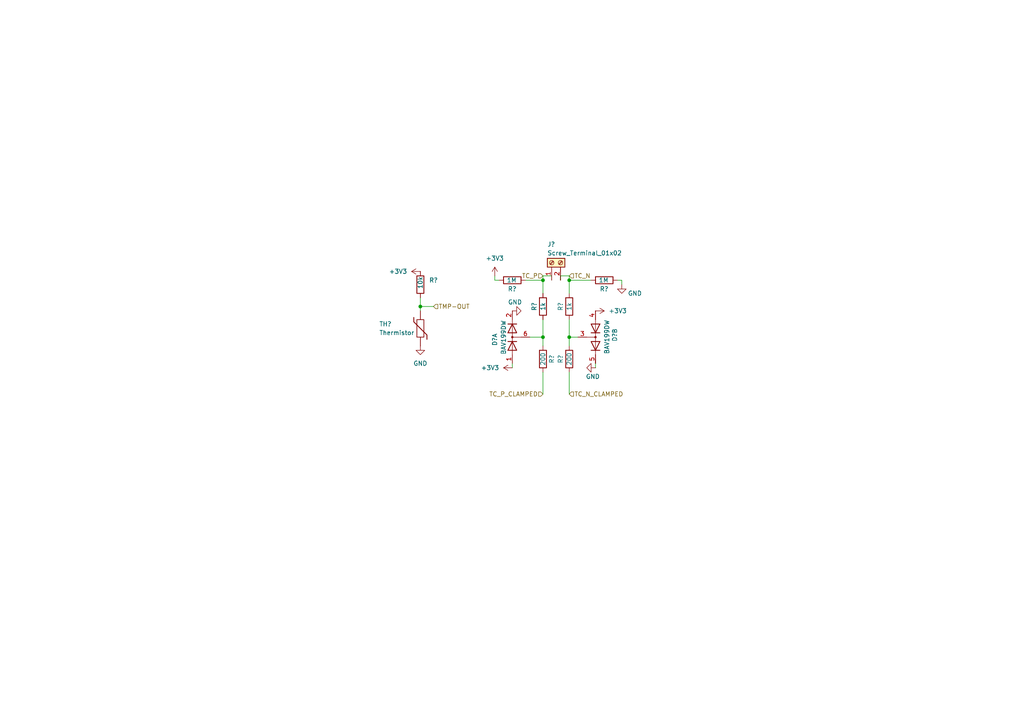
<source format=kicad_sch>
(kicad_sch (version 20231120) (generator "eeschema") (generator_version "8.0")
  (paper "A4")
  (lib_symbols
    (symbol "Connector:Screw_Terminal_01x02" (pin_names (offset 1.016) hide)
      (property "Reference" "J" (at 0 2.54 0))
      (property "Value" "Screw_Terminal_01x02" (at 0 -5.08 0))
      (symbol "Screw_Terminal_01x02_1_1"
        (rectangle (start -1.27 1.27) (end 1.27 -3.81) (stroke (width 0.254)) (fill (type background)))
        (circle (center 0 -2.54) (radius 0.635) (stroke (width 0.1524)))
        (polyline (pts (xy -0.5334 -2.2098) (xy 0.3302 -3.048)) (stroke (width 0.1524)))
        (polyline (pts (xy -0.5334 0.3302) (xy 0.3302 -0.508)) (stroke (width 0.1524)))
        (polyline (pts (xy -0.3556 -2.032) (xy 0.508 -2.8702)) (stroke (width 0.1524)))
        (polyline (pts (xy -0.3556 0.508) (xy 0.508 -0.3302)) (stroke (width 0.1524)))
        (circle (center 0 0) (radius 0.635) (stroke (width 0.1524)))
        (pin passive line (at -5.08 0 0) (length 3.81) (name "Pin_1") (number "1"))
        (pin passive line (at -5.08 -2.54 0) (length 3.81) (name "Pin_2") (number "2"))
      )
    )
    (symbol "Device:R" (pin_numbers hide) (pin_names (offset 0))
      (property "Reference" "R" (at 2.032 0 90))
      (property "Value" "R" (at 0 0 90))
      (symbol "R_0_1"
        (rectangle (start -1.016 -2.54) (end 1.016 2.54) (stroke (width 0.254)))
      )
      (symbol "R_1_1"
        (pin passive line (at 0 3.81 270) (length 1.27) (name "~") (number "1"))
        (pin passive line (at 0 -3.81 90) (length 1.27) (name "~") (number "2"))
      )
    )
    (symbol "Device:Thermistor" (pin_numbers hide) (pin_names (offset 0))
      (property "Reference" "TH" (at 2.54 1.27 90))
      (property "Value" "Thermistor" (at -2.54 0 90))
      (symbol "Thermistor_0_1"
        (rectangle (start -1.016 2.54) (end 1.016 -2.54) (stroke (width 0.2032)))
        (polyline (pts (xy -1.905 3.175) (xy -1.905 1.905) (xy 1.905 -1.905) (xy 1.905 -3.175) (xy 1.905 -3.175)) (stroke (width 0.254)))
      )
      (symbol "Thermistor_1_1"
        (pin passive line (at 0 5.08 270) (length 2.54) (name "~") (number "1"))
        (pin passive line (at 0 -5.08 90) (length 2.54) (name "~") (number "2"))
      )
    )
    (symbol "Diode:BAV199DW" (pin_names (offset 0.0254) hide)
      (property "Reference" "D" (at 0 2.54 0))
      (property "Value" "BAV199DW" (at 0 5.08 0))
      (symbol "BAV199DW_0_1"
        (polyline (pts (xy -5.08 0) (xy 5.08 0)))
        (polyline (pts (xy 0 0) (xy 0 -2.54)))
        (polyline (pts (xy -1.27 -1.27) (xy -1.27 1.27) (xy -1.27 1.27)) (stroke (width 0.254)))
        (polyline (pts (xy 3.81 1.27) (xy 3.81 -1.27) (xy 3.81 -1.27)) (stroke (width 0.254)))
        (polyline (pts (xy -3.81 1.27) (xy -1.27 0) (xy -3.81 -1.27) (xy -3.81 1.27) (xy -3.81 1.27) (xy -3.81 1.27)) (stroke (width 0.254)))
        (polyline (pts (xy 1.27 1.27) (xy 3.81 0) (xy 1.27 -1.27) (xy 1.27 1.27) (xy 1.27 1.27) (xy 1.27 1.27)) (stroke (width 0.254)))
        (circle (center 0 0) (radius 0.254) (fill (type outline)))
      )
      (symbol "BAV199DW_1_1"
        (polyline (pts (xy 6.35 0) (xy 7.62 0)))
        (pin passive line (at -7.62 0 0) (length 2.54) (name "A1") (number "1"))
        (pin passive line (at 7.62 0 180) (length 2.54) (name "K2") (number "2"))
        (pin passive line (at 0 -5.08 90) (length 2.54) (name "K3A4") (number "6"))
      )
      (symbol "BAV199DW_2_1"
        (polyline (pts (xy 6.35 0) (xy 7.62 0)))
        (pin passive line (at 0 -5.08 90) (length 2.54) (name "K1A2") (number "3"))
        (pin passive line (at -7.62 0 0) (length 2.54) (name "A3") (number "4"))
        (pin passive line (at 7.62 0 180) (length 2.54) (name "K4") (number "5"))
      )
    )
    (symbol "power:+3V3" (power) (pin_numbers hide) (pin_names (offset 0) hide)
      (property "Value" "+3V3" (at 0 3.556 0))
      (symbol "+3V3_0_1"
        (polyline (pts (xy -0.762 1.27) (xy 0 2.54)))
        (polyline (pts (xy 0 0) (xy 0 2.54)))
        (polyline (pts (xy 0 2.54) (xy 0.762 1.27)))
      )
      (symbol "+3V3_1_1"
        (pin power_in line (at 0 0 90) (length 0) (name "~") (number "1"))
      )
    )
    (symbol "power:GND" (power) (pin_numbers hide) (pin_names (offset 0) hide)
      (property "Value" "GND" (at 0 -3.81 0))
      (symbol "GND_0_1"
        (polyline (pts (xy 0 0) (xy 0 -1.27) (xy 1.27 -1.27) (xy 0 -2.54) (xy -1.27 -1.27) (xy 0 -1.27)))
      )
      (symbol "GND_1_1"
        (pin power_in line (at 0 0 270) (length 0) (name "~") (number "1"))
      )
    )
  )
  (junction (at 165.1 81.28))
  (junction (at 121.92 88.9))
  (junction (at 157.48 81.28))
  (junction (at 157.48 97.79))
  (junction (at 165.1 97.79))
  (wire (pts (xy 162.56 80.01) (xy 165.1 80.01)))
  (wire (pts (xy 121.92 86.36) (xy 121.92 88.9)))
  (wire (pts (xy 157.48 107.95) (xy 157.48 114.3)))
  (wire (pts (xy 172.72 106.68) (xy 172.72 105.41)))
  (wire (pts (xy 157.48 97.79) (xy 157.48 100.33)))
  (wire (pts (xy 153.67 97.79) (xy 157.48 97.79)))
  (wire (pts (xy 165.1 81.28) (xy 165.1 85.09)))
  (wire (pts (xy 165.1 97.79) (xy 165.1 100.33)))
  (wire (pts (xy 162.56 80.01) (xy 162.56 81.28)))
  (wire (pts (xy 165.1 92.71) (xy 165.1 97.79)))
  (wire (pts (xy 160.02 80.01) (xy 160.02 81.28)))
  (wire (pts (xy 180.34 81.28) (xy 179.07 81.28)))
  (wire (pts (xy 143.51 81.28) (xy 144.78 81.28)))
  (wire (pts (xy 157.48 81.28) (xy 157.48 85.09)))
  (wire (pts (xy 148.59 106.68) (xy 148.59 105.41)))
  (wire (pts (xy 165.1 80.01) (xy 165.1 81.28)))
  (wire (pts (xy 167.64 97.79) (xy 165.1 97.79)))
  (wire (pts (xy 157.48 80.01) (xy 157.48 81.28)))
  (wire (pts (xy 143.51 81.28) (xy 143.51 80.01)))
  (wire (pts (xy 157.48 80.01) (xy 160.02 80.01)))
  (wire (pts (xy 157.48 92.71) (xy 157.48 97.79)))
  (wire (pts (xy 180.34 81.28) (xy 180.34 82.55)))
  (wire (pts (xy 121.92 88.9) (xy 121.92 90.17)))
  (wire (pts (xy 171.45 81.28) (xy 165.1 81.28)))
  (wire (pts (xy 121.92 88.9) (xy 125.73 88.9)))
  (wire (pts (xy 152.4 81.28) (xy 157.48 81.28)))
  (wire (pts (xy 165.1 107.95) (xy 165.1 114.3)))
  (hierarchical_label "TC_P" (shape input) (at 157.48 80.01 180))
  (hierarchical_label "TC_P_CLAMPED" (shape input) (at 157.48 114.3 180))
  (hierarchical_label "TMP-OUT" (shape input) (at 125.73 88.9 0))
  (hierarchical_label "TC_N" (shape input) (at 165.1 80.01 0))
  (hierarchical_label "TC_N_CLAMPED" (shape input) (at 165.1 114.3 0))
  (symbol (lib_id "Device:R") (at 121.92 82.55 180) (unit 1)
    (property "Reference" "R?" (at 124.46 81.2799 0) (effects (justify right)))
    (property "Value" "10k" (at 121.92 83.82 90) (effects (justify right)))
    (property "Footprint" "Resistor_SMD:R_0603_1608Metric" (effects (hide yes)))
    (property "Description" "Resistor" (effects (hide yes)))
    (property "LCSC" "C25804" (effects (hide yes)))
  )
  (symbol (lib_id "power:+3V3") (at 121.92 78.74 90) (unit 1)
    (property "Reference" "#PWR?" (effects (hide yes)))
    (property "Value" "+3V3" (at 118.11 78.7399 90) (effects (justify left)))
    (property "Description" "Power symbol creates a global label with name \"+3V3\"" (effects (hide yes)))
  )
  (symbol (lib_id "power:GND") (at 180.34 82.55 0) (unit 1)
    (property "Reference" "#PWR?" (effects (hide yes)))
    (property "Value" "GND" (at 184.15 85.09 0))
    (property "Datasheet" "https://www.ti.com/lit/ds/symlink/drv5055.pdf?HQS=dis-dk-null-digikeymode-dsf-pf-null-wwe&ts=1641231273160" (effects (hide yes)))
    (property "Description" "Hall effect sensor." (effects (hide yes)))
  )
  (symbol (lib_id "Device:R") (at 148.59 81.28 90) (unit 1)
    (property "Reference" "R?" (at 149.86 83.82 90) (effects (justify left)))
    (property "Value" "1M" (at 149.86 81.28 90) (effects (justify left)))
    (property "Footprint" "Resistor_SMD:R_0603_1608Metric" (effects (hide yes)))
    (property "Description" "Resistor" (effects (hide yes)))
    (property "LCSC" "C22935" (effects (hide yes)))
  )
  (symbol (lib_id "Device:R") (at 157.48 104.14 0) (unit 1)
    (property "Reference" "R?" (at 160.02 104.14 90))
    (property "Value" "200" (at 157.48 104.14 90))
    (property "Footprint" "Resistor_SMD:R_0603_1608Metric" (effects (hide yes)))
    (property "Description" "Resistor" (effects (hide yes)))
    (property "LCSC" "C8218" (effects (hide yes)))
  )
  (symbol (lib_id "power:+3V3") (at 172.72 90.17 270) (unit 1)
    (property "Reference" "#PWR?" (effects (hide yes)))
    (property "Value" "+3V3" (at 176.53 90.1699 90) (effects (justify left)))
    (property "Description" "Power symbol creates a global label with name \"+3V3\"" (effects (hide yes)))
  )
  (symbol (lib_id "Device:R") (at 157.48 88.9 180) (unit 1)
    (property "Reference" "R?" (at 154.94 88.9 90))
    (property "Value" "1k" (at 157.48 88.9 90))
    (property "Footprint" "Resistor_SMD:R_1206_3216Metric_Pad1.30x1.75mm_HandSolder" (effects (hide yes)))
    (property "Description" "Resistor" (effects (hide yes)))
    (property "LCSC" "C4410" (effects (hide yes)))
  )
  (symbol (lib_id "Device:R") (at 175.26 81.28 90) (unit 1)
    (property "Reference" "R?" (at 176.53 83.82 90) (effects (justify left)))
    (property "Value" "1M" (at 176.53 81.28 90) (effects (justify left)))
    (property "Footprint" "Resistor_SMD:R_0603_1608Metric" (effects (hide yes)))
    (property "Description" "Resistor" (effects (hide yes)))
    (property "LCSC" "C22935" (effects (hide yes)))
  )
  (symbol (lib_id "power:GND") (at 121.92 100.33 0) (unit 1)
    (property "Reference" "#PWR?" (effects (hide yes)))
    (property "Value" "GND" (at 121.92 105.41 0))
    (property "Datasheet" "https://www.ti.com/lit/ds/symlink/drv5055.pdf?HQS=dis-dk-null-digikeymode-dsf-pf-null-wwe&ts=1641231273160" (effects (hide yes)))
    (property "Description" "Hall effect sensor." (effects (hide yes)))
  )
  (symbol (lib_id "Device:R") (at 165.1 104.14 0) (unit 1)
    (property "Reference" "R?" (at 162.56 104.14 90))
    (property "Value" "200" (at 165.1 104.14 90))
    (property "Footprint" "Resistor_SMD:R_0603_1608Metric" (effects (hide yes)))
    (property "Description" "Resistor" (effects (hide yes)))
    (property "LCSC" "C8218" (effects (hide yes)))
  )
  (symbol (lib_id "Diode:BAV199DW") (at 172.72 97.79 270) (unit 2)
    (property "Reference" "D?" (at 178.308 95.25 0) (effects (justify left)))
    (property "Value" "BAV199DW" (at 176.022 92.71 0) (effects (justify left)))
    (property "Footprint" "Package_TO_SOT_SMD:SOT-363_SC-70-6" (effects (hide yes)))
    (property "Datasheet" "${KIPRJMOD}/../../Datasheets/BAV199DW-ds30417.pdf" (effects (hide yes)))
    (property "Description" "Quad Surface Mount Low Leakage Diode, SOT-363" (effects (hide yes)))
    (property "LCSC" "C459846" (effects (hide yes)))
  )
  (symbol (lib_id "Diode:BAV199DW") (at 148.59 97.79 90) (unit 1)
    (property "Reference" "D?" (at 143.51 100.33 0) (effects (justify left)))
    (property "Value" "BAV199DW" (at 146.05 102.87 0) (effects (justify left)))
    (property "Footprint" "Package_TO_SOT_SMD:SOT-363_SC-70-6" (effects (hide yes)))
    (property "Datasheet" "${KIPRJMOD}/../../Datasheets/BAV199DW-ds30417.pdf" (effects (hide yes)))
    (property "Description" "Quad Surface Mount Low Leakage Diode, SOT-363" (effects (hide yes)))
    (property "LCSC" "C459846" (effects (hide yes)))
  )
  (symbol (lib_id "power:GND") (at 148.59 90.17 90) (unit 1)
    (property "Reference" "#PWR?" (effects (hide yes)))
    (property "Value" "GND" (at 147.32 87.63 90) (effects (justify right)))
    (property "Datasheet" "https://www.ti.com/lit/ds/symlink/drv5055.pdf?HQS=dis-dk-null-digikeymode-dsf-pf-null-wwe&ts=1641231273160" (effects (hide yes)))
    (property "Description" "Hall effect sensor." (effects (hide yes)))
  )
  (symbol (lib_id "Device:Thermistor") (at 121.92 95.25 0) (unit 1)
    (property "Reference" "TH?" (at 109.982 93.98 0) (effects (justify left)))
    (property "Value" "Thermistor" (at 109.982 96.52 0) (effects (justify left)))
    (property "Footprint" "Resistor_SMD:R_0603_1608Metric_Pad0.98x0.95mm_HandSolder" (effects (hide yes)))
    (property "Datasheet" "${KIPRJMOD}/../../Datasheets/Thermistor-tx.pdf" (effects (hide yes)))
    (property "Description" "Temperature dependent resistor for CJC, *place as close to TC connector as possible. *will need conditoning in code (averaging)" (effects (hide yes)))
    (property "Digikey" "273-TX06F103F3435ERCT-ND" (effects (hide yes)))
    (property "Model" "TX06F103F3435ER" (effects (hide yes)))
  )
  (symbol (lib_id "power:+3V3") (at 143.51 80.01 0) (unit 1)
    (property "Reference" "#PWR?" (effects (hide yes)))
    (property "Value" "+3V3" (at 143.51 74.93 0))
    (property "Description" "Power symbol creates a global label with name \"+3V3\"" (effects (hide yes)))
  )
  (symbol (lib_id "power:+3V3") (at 148.59 106.68 90) (unit 1)
    (property "Reference" "#PWR?" (effects (hide yes)))
    (property "Value" "+3V3" (at 144.78 106.6799 90) (effects (justify left)))
    (property "Description" "Power symbol creates a global label with name \"+3V3\"" (effects (hide yes)))
  )
  (symbol (lib_id "power:GND") (at 172.72 106.68 270) (unit 1)
    (property "Reference" "#PWR?" (effects (hide yes)))
    (property "Value" "GND" (at 173.99 109.22 90) (effects (justify right)))
    (property "Datasheet" "https://www.ti.com/lit/ds/symlink/drv5055.pdf?HQS=dis-dk-null-digikeymode-dsf-pf-null-wwe&ts=1641231273160" (effects (hide yes)))
    (property "Description" "Hall effect sensor." (effects (hide yes)))
  )
  (symbol (lib_id "Device:R") (at 165.1 88.9 180) (unit 1)
    (property "Reference" "R?" (at 162.56 88.9 90))
    (property "Value" "1k" (at 165.1 88.9 90))
    (property "Footprint" "Resistor_SMD:R_1206_3216Metric_Pad1.30x1.75mm_HandSolder" (effects (hide yes)))
    (property "Description" "Resistor" (effects (hide yes)))
    (property "LCSC" "C4410" (effects (hide yes)))
  )
  (symbol (lib_id "Connector:Screw_Terminal_01x02") (at 160.02 76.2 90) (unit 1)
    (property "Reference" "J?" (at 158.75 70.866 90) (effects (justify right)))
    (property "Value" "Screw_Terminal_01x02" (at 158.75 73.406 90) (effects (justify right)))
    (property "Footprint" "TerminalBlock_TE-Connectivity:TerminalBlock_TE_282834-2_1x02_P2.54mm_Horizontal" (effects (hide yes)))
    (property "Description" "Generic screw terminal, single row, 01x02, script generated (kicad-library-utils/schlib/autogen/connector/)" (effects (hide yes)))
    (property "Digikey" "ED10561-ND" (effects (hide yes)))
  )
)
</source>
